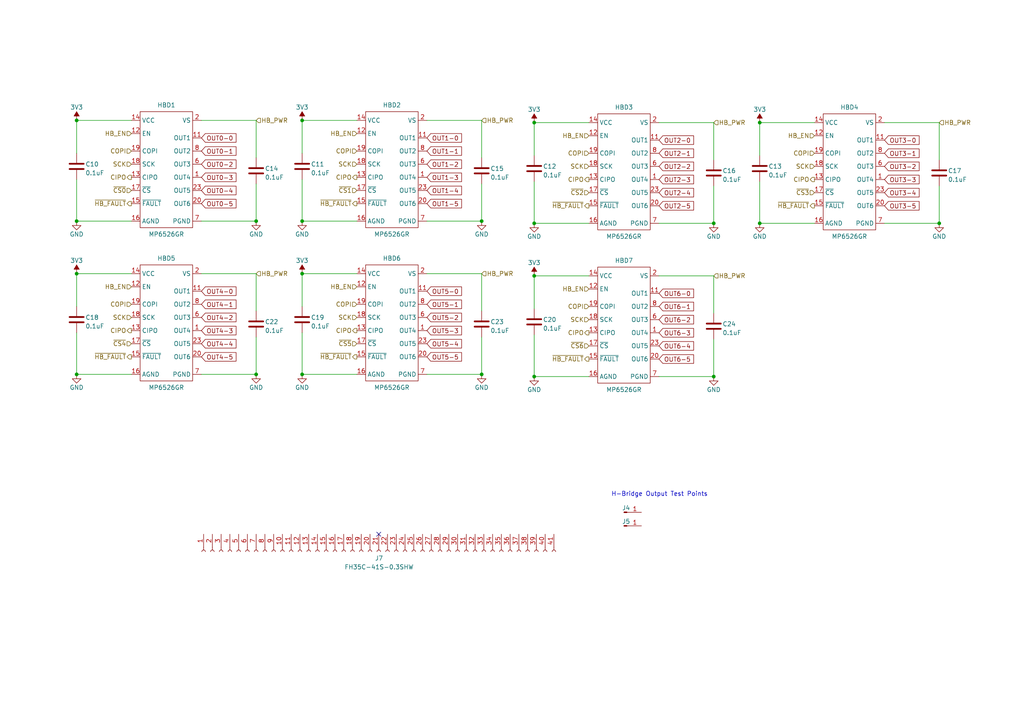
<source format=kicad_sch>
(kicad_sch (version 20231120) (generator "eeschema") (generator_version "8.0")
  (paper "A4")
  (lib_symbols
    (symbol "Connector:Conn_01x01_Pin" (pin_names (offset 1.016) hide)
      (property "Reference" "J" (at 0 2.54 0))
      (property "Value" "Conn_01x01_Pin" (at 0 -2.54 0))
      (symbol "Conn_01x01_Pin_1_1"
        (polyline (pts (xy 1.27 0) (xy 0.8636 0)) (stroke (width 0.1524)))
        (rectangle (start 0.8636 0.127) (end 0 -0.127) (stroke (width 0.1524)) (fill (type outline)))
        (pin passive line (at 5.08 0 180) (length 3.81) (name "Pin_1") (number "1"))
      )
    )
    (symbol "Device:C" (pin_numbers hide) (pin_names (offset 0.254))
      (property "Reference" "C" (at 0.635 2.54 0))
      (property "Value" "C" (at 0.635 -2.54 0))
      (symbol "C_0_1"
        (polyline (pts (xy -2.032 -0.762) (xy 2.032 -0.762)) (stroke (width 0.508)))
        (polyline (pts (xy -2.032 0.762) (xy 2.032 0.762)) (stroke (width 0.508)))
      )
      (symbol "C_1_1"
        (pin passive line (at 0 3.81 270) (length 2.794) (name "~") (number "1"))
        (pin passive line (at 0 -3.81 90) (length 2.794) (name "~") (number "2"))
      )
    )
    (symbol "nrf52-controller:MP6526"
      (property "Reference" "U" (at 0 18.034 0))
      (property "Value" "MP6526GR" (at 0.254 -20.066 0))
      (symbol "MP6526_0_1"
        (rectangle (start -7.62 16.51) (end 7.62 -17.145))
      )
      (symbol "MP6526_1_1"
        (pin output line (at 10.16 -2.54 180) (length 2.54) (name "OUT4") (number "1"))
        (pin power_in line (at 10.16 -15.24 180) (length 2.54) hide (name "PGND") (number "10"))
        (pin output line (at 10.16 8.89 180) (length 2.54) (name "OUT1") (number "11"))
        (pin input line (at -10.16 10.16 0) (length 2.54) (name "EN") (number "12"))
        (pin output line (at -10.16 -2.54 0) (length 2.54) (name "CIPO") (number "13"))
        (pin power_in line (at -10.16 13.97 0) (length 2.54) (name "VCC") (number "14"))
        (pin output line (at -10.16 -10.16 0) (length 2.54) (name "~{FAULT}") (number "15"))
        (pin input line (at -10.16 -15.24 0) (length 2.54) (name "AGND") (number "16"))
        (pin input line (at -10.16 -6.35 0) (length 2.54) (name "~{CS}") (number "17"))
        (pin input line (at -10.16 1.27 0) (length 2.54) (name "SCK") (number "18"))
        (pin input line (at -10.16 5.08 0) (length 2.54) (name "COPI") (number "19"))
        (pin power_in line (at 10.16 13.97 180) (length 2.54) (name "VS") (number "2"))
        (pin output line (at 10.16 -10.16 180) (length 2.54) (name "OUT6") (number "20"))
        (pin power_in line (at 10.16 -15.24 180) (length 2.54) hide (name "PGND") (number "21"))
        (pin power_in line (at 10.16 -15.24 180) (length 2.54) hide (name "PGND") (number "22"))
        (pin output line (at 10.16 -6.35 180) (length 2.54) (name "OUT5") (number "23"))
        (pin power_in line (at 10.16 -15.24 180) (length 2.54) hide (name "PGND") (number "24"))
        (pin passive line (at 10.16 -15.24 180) (length 2.54) hide (name "EPAD") (number "25"))
        (pin power_in line (at 10.16 13.97 180) (length 2.54) hide (name "VS") (number "3"))
        (pin power_in line (at 10.16 13.97 180) (length 2.54) hide (name "VS") (number "4"))
        (pin power_in line (at 10.16 13.97 180) (length 2.54) hide (name "VS") (number "5"))
        (pin output line (at 10.16 1.27 180) (length 2.54) (name "OUT3") (number "6"))
        (pin power_in line (at 10.16 -15.24 180) (length 2.54) (name "PGND") (number "7"))
        (pin output line (at 10.16 5.08 180) (length 2.54) (name "OUT2") (number "8"))
        (pin power_in line (at 10.16 -15.24 180) (length 2.54) hide (name "PGND") (number "9"))
      )
    )
    (symbol "power:GND" (power) (pin_names (offset 0))
      (property "Value" "GND" (at 0 -3.81 0))
      (symbol "GND_0_1"
        (polyline (pts (xy 0 0) (xy 0 -1.27) (xy 1.27 -1.27) (xy 0 -2.54) (xy -1.27 -1.27) (xy 0 -1.27)))
      )
      (symbol "GND_1_1"
        (pin power_in line (at 0 0 270) (length 0) hide (name "GND") (number "1"))
      )
    )
    (symbol "v12e:Conn_01x41_Socket" (pin_names (offset 1.016) hide)
      (property "Reference" "J" (at 0 53.34 0))
      (property "Value" "Conn_01x41_Socket" (at 0 -53.34 0))
      (symbol "Conn_01x41_Socket_1_1"
        (arc (start 0 -50.292) (mid -0.5058 -50.8) (end 0 -51.308) (stroke (width 0.1524)))
        (arc (start 0 -47.752) (mid -0.5058 -48.26) (end 0 -48.768) (stroke (width 0.1524)))
        (arc (start 0 -45.212) (mid -0.5058 -45.72) (end 0 -46.228) (stroke (width 0.1524)))
        (arc (start 0 -42.672) (mid -0.5058 -43.18) (end 0 -43.688) (stroke (width 0.1524)))
        (arc (start 0 -40.132) (mid -0.5058 -40.64) (end 0 -41.148) (stroke (width 0.1524)))
        (arc (start 0 -37.592) (mid -0.5058 -38.1) (end 0 -38.608) (stroke (width 0.1524)))
        (arc (start 0 -35.052) (mid -0.5058 -35.56) (end 0 -36.068) (stroke (width 0.1524)))
        (arc (start 0 -32.512) (mid -0.5058 -33.02) (end 0 -33.528) (stroke (width 0.1524)))
        (arc (start 0 -29.972) (mid -0.5058 -30.48) (end 0 -30.988) (stroke (width 0.1524)))
        (arc (start 0 -27.432) (mid -0.5058 -27.94) (end 0 -28.448) (stroke (width 0.1524)))
        (arc (start 0 -24.892) (mid -0.5058 -25.4) (end 0 -25.908) (stroke (width 0.1524)))
        (arc (start 0 -22.352) (mid -0.5058 -22.86) (end 0 -23.368) (stroke (width 0.1524)))
        (arc (start 0 -19.812) (mid -0.5058 -20.32) (end 0 -20.828) (stroke (width 0.1524)))
        (arc (start 0 -17.272) (mid -0.5058 -17.78) (end 0 -18.288) (stroke (width 0.1524)))
        (arc (start 0 -14.732) (mid -0.5058 -15.24) (end 0 -15.748) (stroke (width 0.1524)))
        (arc (start 0 -12.192) (mid -0.5058 -12.7) (end 0 -13.208) (stroke (width 0.1524)))
        (arc (start 0 -9.652) (mid -0.5058 -10.16) (end 0 -10.668) (stroke (width 0.1524)))
        (arc (start 0 -7.112) (mid -0.5058 -7.62) (end 0 -8.128) (stroke (width 0.1524)))
        (arc (start 0 -4.572) (mid -0.5058 -5.08) (end 0 -5.588) (stroke (width 0.1524)))
        (arc (start 0 -2.032) (mid -0.5058 -2.54) (end 0 -3.048) (stroke (width 0.1524)))
        (polyline (pts (xy -1.27 -50.8) (xy -0.508 -50.8)) (stroke (width 0.1524)))
        (polyline (pts (xy -1.27 -48.26) (xy -0.508 -48.26)) (stroke (width 0.1524)))
        (polyline (pts (xy -1.27 -45.72) (xy -0.508 -45.72)) (stroke (width 0.1524)))
        (polyline (pts (xy -1.27 -43.18) (xy -0.508 -43.18)) (stroke (width 0.1524)))
        (polyline (pts (xy -1.27 -40.64) (xy -0.508 -40.64)) (stroke (width 0.1524)))
        (polyline (pts (xy -1.27 -38.1) (xy -0.508 -38.1)) (stroke (width 0.1524)))
        (polyline (pts (xy -1.27 -35.56) (xy -0.508 -35.56)) (stroke (width 0.1524)))
        (polyline (pts (xy -1.27 -33.02) (xy -0.508 -33.02)) (stroke (width 0.1524)))
        (polyline (pts (xy -1.27 -30.48) (xy -0.508 -30.48)) (stroke (width 0.1524)))
        (polyline (pts (xy -1.27 -27.94) (xy -0.508 -27.94)) (stroke (width 0.1524)))
        (polyline (pts (xy -1.27 -25.4) (xy -0.508 -25.4)) (stroke (width 0.1524)))
        (polyline (pts (xy -1.27 -22.86) (xy -0.508 -22.86)) (stroke (width 0.1524)))
        (polyline (pts (xy -1.27 -20.32) (xy -0.508 -20.32)) (stroke (width 0.1524)))
        (polyline (pts (xy -1.27 -17.78) (xy -0.508 -17.78)) (stroke (width 0.1524)))
        (polyline (pts (xy -1.27 -15.24) (xy -0.508 -15.24)) (stroke (width 0.1524)))
        (polyline (pts (xy -1.27 -12.7) (xy -0.508 -12.7)) (stroke (width 0.1524)))
        (polyline (pts (xy -1.27 -10.16) (xy -0.508 -10.16)) (stroke (width 0.1524)))
        (polyline (pts (xy -1.27 -7.62) (xy -0.508 -7.62)) (stroke (width 0.1524)))
        (polyline (pts (xy -1.27 -5.08) (xy -0.508 -5.08)) (stroke (width 0.1524)))
        (polyline (pts (xy -1.27 -2.54) (xy -0.508 -2.54)) (stroke (width 0.1524)))
        (polyline (pts (xy -1.27 0) (xy -0.508 0)) (stroke (width 0.1524)))
        (polyline (pts (xy -1.27 2.54) (xy -0.508 2.54)) (stroke (width 0.1524)))
        (polyline (pts (xy -1.27 5.08) (xy -0.508 5.08)) (stroke (width 0.1524)))
        (polyline (pts (xy -1.27 7.62) (xy -0.508 7.62)) (stroke (width 0.1524)))
        (polyline (pts (xy -1.27 10.16) (xy -0.508 10.16)) (stroke (width 0.1524)))
        (polyline (pts (xy -1.27 12.7) (xy -0.508 12.7)) (stroke (width 0.1524)))
        (polyline (pts (xy -1.27 15.24) (xy -0.508 15.24)) (stroke (width 0.1524)))
        (polyline (pts (xy -1.27 17.78) (xy -0.508 17.78)) (stroke (width 0.1524)))
        (polyline (pts (xy -1.27 20.32) (xy -0.508 20.32)) (stroke (width 0.1524)))
        (polyline (pts (xy -1.27 22.86) (xy -0.508 22.86)) (stroke (width 0.1524)))
        (polyline (pts (xy -1.27 25.4) (xy -0.508 25.4)) (stroke (width 0.1524)))
        (polyline (pts (xy -1.27 27.94) (xy -0.508 27.94)) (stroke (width 0.1524)))
        (polyline (pts (xy -1.27 30.48) (xy -0.508 30.48)) (stroke (width 0.1524)))
        (polyline (pts (xy -1.27 33.02) (xy -0.508 33.02)) (stroke (width 0.1524)))
        (polyline (pts (xy -1.27 35.56) (xy -0.508 35.56)) (stroke (width 0.1524)))
        (polyline (pts (xy -1.27 38.1) (xy -0.508 38.1)) (stroke (width 0.1524)))
        (polyline (pts (xy -1.27 40.64) (xy -0.508 40.64)) (stroke (width 0.1524)))
        (polyline (pts (xy -1.27 43.18) (xy -0.508 43.18)) (stroke (width 0.1524)))
        (polyline (pts (xy -1.27 45.72) (xy -0.508 45.72)) (stroke (width 0.1524)))
        (polyline (pts (xy -1.27 48.26) (xy -0.508 48.26)) (stroke (width 0.1524)))
        (polyline (pts (xy -1.27 50.8) (xy -0.508 50.8)) (stroke (width 0.1524)))
        (arc (start 0 0.508) (mid -0.5058 0) (end 0 -0.508) (stroke (width 0.1524)))
        (arc (start 0 3.048) (mid -0.5058 2.54) (end 0 2.032) (stroke (width 0.1524)))
        (arc (start 0 5.588) (mid -0.5058 5.08) (end 0 4.572) (stroke (width 0.1524)))
        (arc (start 0 8.128) (mid -0.5058 7.62) (end 0 7.112) (stroke (width 0.1524)))
        (arc (start 0 10.668) (mid -0.5058 10.16) (end 0 9.652) (stroke (width 0.1524)))
        (arc (start 0 13.208) (mid -0.5058 12.7) (end 0 12.192) (stroke (width 0.1524)))
        (arc (start 0 15.748) (mid -0.5058 15.24) (end 0 14.732) (stroke (width 0.1524)))
        (arc (start 0 18.288) (mid -0.5058 17.78) (end 0 17.272) (stroke (width 0.1524)))
        (arc (start 0 20.828) (mid -0.5058 20.32) (end 0 19.812) (stroke (width 0.1524)))
        (arc (start 0 23.368) (mid -0.5058 22.86) (end 0 22.352) (stroke (width 0.1524)))
        (arc (start 0 25.908) (mid -0.5058 25.4) (end 0 24.892) (stroke (width 0.1524)))
        (arc (start 0 28.448) (mid -0.5058 27.94) (end 0 27.432) (stroke (width 0.1524)))
        (arc (start 0 30.988) (mid -0.5058 30.48) (end 0 29.972) (stroke (width 0.1524)))
        (arc (start 0 33.528) (mid -0.5058 33.02) (end 0 32.512) (stroke (width 0.1524)))
        (arc (start 0 36.068) (mid -0.5058 35.56) (end 0 35.052) (stroke (width 0.1524)))
        (arc (start 0 38.608) (mid -0.5058 38.1) (end 0 37.592) (stroke (width 0.1524)))
        (arc (start 0 41.148) (mid -0.5058 40.64) (end 0 40.132) (stroke (width 0.1524)))
        (arc (start 0 43.688) (mid -0.5058 43.18) (end 0 42.672) (stroke (width 0.1524)))
        (arc (start 0 46.228) (mid -0.5058 45.72) (end 0 45.212) (stroke (width 0.1524)))
        (arc (start 0 48.768) (mid -0.5058 48.26) (end 0 47.752) (stroke (width 0.1524)))
        (arc (start 0 51.308) (mid -0.5058 50.8) (end 0 50.292) (stroke (width 0.1524)))
        (pin passive line (at -5.08 50.8 0) (length 3.81) (name "Pin_1") (number "1"))
        (pin passive line (at -5.08 27.94 0) (length 3.81) (name "Pin_10") (number "10"))
        (pin passive line (at -5.08 25.4 0) (length 3.81) (name "Pin_11") (number "11"))
        (pin passive line (at -5.08 22.86 0) (length 3.81) (name "Pin_12") (number "12"))
        (pin passive line (at -5.08 20.32 0) (length 3.81) (name "Pin_13") (number "13"))
        (pin passive line (at -5.08 17.78 0) (length 3.81) (name "Pin_14") (number "14"))
        (pin passive line (at -5.08 15.24 0) (length 3.81) (name "Pin_15") (number "15"))
        (pin passive line (at -5.08 12.7 0) (length 3.81) (name "Pin_16") (number "16"))
        (pin passive line (at -5.08 10.16 0) (length 3.81) (name "Pin_17") (number "17"))
        (pin passive line (at -5.08 7.62 0) (length 3.81) (name "Pin_18") (number "18"))
        (pin passive line (at -5.08 5.08 0) (length 3.81) (name "Pin_19") (number "19"))
        (pin passive line (at -5.08 48.26 0) (length 3.81) (name "Pin_2") (number "2"))
        (pin passive line (at -5.08 2.54 0) (length 3.81) (name "Pin_20") (number "20"))
        (pin passive line (at -5.08 0 0) (length 3.81) (name "Pin_21") (number "21"))
        (pin passive line (at -5.08 -2.54 0) (length 3.81) (name "Pin_22") (number "22"))
        (pin passive line (at -5.08 -5.08 0) (length 3.81) (name "Pin_23") (number "23"))
        (pin passive line (at -5.08 -7.62 0) (length 3.81) (name "Pin_24") (number "24"))
        (pin passive line (at -5.08 -10.16 0) (length 3.81) (name "Pin_25") (number "25"))
        (pin passive line (at -5.08 -12.7 0) (length 3.81) (name "Pin_26") (number "26"))
        (pin passive line (at -5.08 -15.24 0) (length 3.81) (name "Pin_27") (number "27"))
        (pin passive line (at -5.08 -17.78 0) (length 3.81) (name "Pin_28") (number "28"))
        (pin passive line (at -5.08 -20.32 0) (length 3.81) (name "Pin_29") (number "29"))
        (pin passive line (at -5.08 45.72 0) (length 3.81) (name "Pin_3") (number "3"))
        (pin passive line (at -5.08 -22.86 0) (length 3.81) (name "Pin_30") (number "30"))
        (pin passive line (at -5.08 -25.4 0) (length 3.81) (name "Pin_31") (number "31"))
        (pin passive line (at -5.08 -27.94 0) (length 3.81) (name "Pin_32") (number "32"))
        (pin passive line (at -5.08 -30.48 0) (length 3.81) (name "Pin_33") (number "33"))
        (pin passive line (at -5.08 -33.02 0) (length 3.81) (name "Pin_34") (number "34"))
        (pin passive line (at -5.08 -35.56 0) (length 3.81) (name "Pin_35") (number "35"))
        (pin passive line (at -5.08 -38.1 0) (length 3.81) (name "Pin_36") (number "36"))
        (pin passive line (at -5.08 -40.64 0) (length 3.81) (name "Pin_37") (number "37"))
        (pin passive line (at -5.08 -43.18 0) (length 3.81) (name "Pin_38") (number "38"))
        (pin passive line (at -5.08 -45.72 0) (length 3.81) (name "Pin_39") (number "39"))
        (pin passive line (at -5.08 43.18 0) (length 3.81) (name "Pin_4") (number "4"))
        (pin passive line (at -5.08 -48.26 0) (length 3.81) (name "Pin_40") (number "40"))
        (pin passive line (at -5.08 -50.8 0) (length 3.81) (name "Pin_41") (number "41"))
        (pin passive line (at -5.08 40.64 0) (length 3.81) (name "Pin_5") (number "5"))
        (pin passive line (at -5.08 38.1 0) (length 3.81) (name "Pin_6") (number "6"))
        (pin passive line (at -5.08 35.56 0) (length 3.81) (name "Pin_7") (number "7"))
        (pin passive line (at -5.08 33.02 0) (length 3.81) (name "Pin_8") (number "8"))
        (pin passive line (at -5.08 30.48 0) (length 3.81) (name "Pin_9") (number "9"))
      )
    )
    (symbol "v12e_driver:3V3" (power) (pin_names (offset 0))
      (property "Value" "3V3" (at 0 3.81 0))
      (symbol "3V3_0_1"
        (polyline (pts (xy 0 0) (xy 0 2.54)))
        (polyline (pts (xy 0.762 1.27) (xy -0.762 1.27) (xy 0 2.54) (xy 0.762 1.27)) (fill (type outline)))
      )
      (symbol "3V3_1_1"
        (pin power_in line (at 0 0 90) (length 0) hide (name "3V3") (number "1"))
      )
    )
  )
  (junction (at 154.94 35.56))
  (junction (at 22.225 108.585))
  (junction (at 74.295 108.585))
  (junction (at 272.415 64.77))
  (junction (at 22.225 79.375))
  (junction (at 87.63 64.135))
  (junction (at 220.345 64.77))
  (junction (at 154.94 109.22))
  (junction (at 139.7 64.135))
  (junction (at 139.7 108.585))
  (junction (at 87.63 108.585))
  (junction (at 87.63 79.375))
  (junction (at 74.295 64.135))
  (junction (at 154.94 64.77))
  (junction (at 22.225 64.135))
  (junction (at 87.63 34.925))
  (junction (at 207.01 64.77))
  (junction (at 154.94 80.01))
  (junction (at 220.345 35.56))
  (junction (at 22.225 34.925))
  (junction (at 207.01 109.22))
  (no_connect (at 109.855 154.94))
  (wire (pts (xy 87.63 96.52) (xy 87.63 108.585)))
  (wire (pts (xy 154.94 89.535) (xy 154.94 80.01)))
  (wire (pts (xy 22.225 44.45) (xy 22.225 34.925)))
  (wire (pts (xy 123.825 34.925) (xy 139.7 34.925)))
  (wire (pts (xy 58.42 79.375) (xy 74.295 79.375)))
  (wire (pts (xy 207.01 64.77) (xy 191.135 64.77)))
  (wire (pts (xy 154.94 52.705) (xy 154.94 64.77)))
  (wire (pts (xy 22.225 88.9) (xy 22.225 79.375)))
  (wire (pts (xy 74.295 53.34) (xy 74.295 64.135)))
  (wire (pts (xy 139.7 108.585) (xy 123.825 108.585)))
  (wire (pts (xy 139.7 90.17) (xy 139.7 79.375)))
  (wire (pts (xy 74.295 108.585) (xy 58.42 108.585)))
  (wire (pts (xy 207.01 98.425) (xy 207.01 109.22)))
  (wire (pts (xy 272.415 53.975) (xy 272.415 64.77)))
  (wire (pts (xy 22.225 96.52) (xy 22.225 108.585)))
  (wire (pts (xy 87.63 79.375) (xy 103.505 79.375)))
  (wire (pts (xy 220.345 64.77) (xy 236.22 64.77)))
  (wire (pts (xy 22.225 52.07) (xy 22.225 64.135)))
  (wire (pts (xy 191.135 80.01) (xy 207.01 80.01)))
  (wire (pts (xy 220.345 45.085) (xy 220.345 35.56)))
  (wire (pts (xy 58.42 34.925) (xy 74.295 34.925)))
  (wire (pts (xy 22.225 64.135) (xy 38.1 64.135)))
  (wire (pts (xy 87.63 52.07) (xy 87.63 64.135)))
  (wire (pts (xy 123.825 79.375) (xy 139.7 79.375)))
  (wire (pts (xy 139.7 64.135) (xy 123.825 64.135)))
  (wire (pts (xy 154.94 80.01) (xy 170.815 80.01)))
  (wire (pts (xy 272.415 64.77) (xy 256.54 64.77)))
  (wire (pts (xy 154.94 97.155) (xy 154.94 109.22)))
  (wire (pts (xy 207.01 90.805) (xy 207.01 80.01)))
  (wire (pts (xy 207.01 53.975) (xy 207.01 64.77)))
  (wire (pts (xy 154.94 64.77) (xy 170.815 64.77)))
  (wire (pts (xy 154.94 35.56) (xy 170.815 35.56)))
  (wire (pts (xy 74.295 45.72) (xy 74.295 34.925)))
  (wire (pts (xy 74.295 64.135) (xy 58.42 64.135)))
  (wire (pts (xy 87.63 108.585) (xy 103.505 108.585)))
  (wire (pts (xy 87.63 34.925) (xy 103.505 34.925)))
  (wire (pts (xy 87.63 88.9) (xy 87.63 79.375)))
  (wire (pts (xy 191.135 35.56) (xy 207.01 35.56)))
  (wire (pts (xy 74.295 97.79) (xy 74.295 108.585)))
  (wire (pts (xy 139.7 45.72) (xy 139.7 34.925)))
  (wire (pts (xy 139.7 97.79) (xy 139.7 108.585)))
  (wire (pts (xy 154.94 45.085) (xy 154.94 35.56)))
  (wire (pts (xy 22.225 108.585) (xy 38.1 108.585)))
  (wire (pts (xy 207.01 109.22) (xy 191.135 109.22)))
  (wire (pts (xy 207.01 46.355) (xy 207.01 35.56)))
  (wire (pts (xy 87.63 64.135) (xy 103.505 64.135)))
  (wire (pts (xy 87.63 44.45) (xy 87.63 34.925)))
  (wire (pts (xy 256.54 35.56) (xy 272.415 35.56)))
  (wire (pts (xy 220.345 52.705) (xy 220.345 64.77)))
  (wire (pts (xy 139.7 53.34) (xy 139.7 64.135)))
  (wire (pts (xy 272.415 46.355) (xy 272.415 35.56)))
  (wire (pts (xy 220.345 35.56) (xy 236.22 35.56)))
  (wire (pts (xy 22.225 34.925) (xy 38.1 34.925)))
  (wire (pts (xy 22.225 79.375) (xy 38.1 79.375)))
  (wire (pts (xy 74.295 90.17) (xy 74.295 79.375)))
  (wire (pts (xy 154.94 109.22) (xy 170.815 109.22)))
  (text "H-Bridge Output Test Points" (at 177.292 144.145 0) (effects (font (size 1.27 1.27)) (justify left bottom)))
  (global_label "OUT0-1" (shape input) (at 58.42 43.815 0) (property "Intersheetrefs" "${INTERSHEET_REFS}" (effects (hide yes))))
  (global_label "OUT2-0" (shape input) (at 191.135 40.64 0) (property "Intersheetrefs" "${INTERSHEET_REFS}" (effects (hide yes))))
  (global_label "OUT3-0" (shape input) (at 256.54 40.64 0) (property "Intersheetrefs" "${INTERSHEET_REFS}" (effects (hide yes))))
  (global_label "OUT5-0" (shape input) (at 123.825 84.455 0) (property "Intersheetrefs" "${INTERSHEET_REFS}" (effects (hide yes))))
  (global_label "OUT1-3" (shape input) (at 123.825 51.435 0) (property "Intersheetrefs" "${INTERSHEET_REFS}" (effects (hide yes))))
  (global_label "OUT5-4" (shape input) (at 123.825 99.695 0) (property "Intersheetrefs" "${INTERSHEET_REFS}" (effects (hide yes))))
  (global_label "OUT3-1" (shape input) (at 256.54 44.45 0) (property "Intersheetrefs" "${INTERSHEET_REFS}" (effects (hide yes))))
  (global_label "OUT4-0" (shape input) (at 58.42 84.455 0) (property "Intersheetrefs" "${INTERSHEET_REFS}" (effects (hide yes))))
  (global_label "OUT2-2" (shape input) (at 191.135 48.26 0) (property "Intersheetrefs" "${INTERSHEET_REFS}" (effects (hide yes))))
  (global_label "OUT3-4" (shape input) (at 256.54 55.88 0) (property "Intersheetrefs" "${INTERSHEET_REFS}" (effects (hide yes))))
  (global_label "OUT6-0" (shape input) (at 191.135 85.09 0) (property "Intersheetrefs" "${INTERSHEET_REFS}" (effects (hide yes))))
  (global_label "OUT0-3" (shape input) (at 58.42 51.435 0) (property "Intersheetrefs" "${INTERSHEET_REFS}" (effects (hide yes))))
  (global_label "OUT1-2" (shape input) (at 123.825 47.625 0) (property "Intersheetrefs" "${INTERSHEET_REFS}" (effects (hide yes))))
  (global_label "OUT3-3" (shape input) (at 256.54 52.07 0) (property "Intersheetrefs" "${INTERSHEET_REFS}" (effects (hide yes))))
  (global_label "OUT3-2" (shape input) (at 256.54 48.26 0) (property "Intersheetrefs" "${INTERSHEET_REFS}" (effects (hide yes))))
  (global_label "OUT5-5" (shape input) (at 123.825 103.505 0) (property "Intersheetrefs" "${INTERSHEET_REFS}" (effects (hide yes))))
  (global_label "OUT1-1" (shape input) (at 123.825 43.815 0) (property "Intersheetrefs" "${INTERSHEET_REFS}" (effects (hide yes))))
  (global_label "OUT3-5" (shape input) (at 256.54 59.69 0) (property "Intersheetrefs" "${INTERSHEET_REFS}" (effects (hide yes))))
  (global_label "OUT2-1" (shape input) (at 191.135 44.45 0) (property "Intersheetrefs" "${INTERSHEET_REFS}" (effects (hide yes))))
  (global_label "OUT6-2" (shape input) (at 191.135 92.71 0) (property "Intersheetrefs" "${INTERSHEET_REFS}" (effects (hide yes))))
  (global_label "OUT0-0" (shape input) (at 58.42 40.005 0) (property "Intersheetrefs" "${INTERSHEET_REFS}" (effects (hide yes))))
  (global_label "OUT1-5" (shape input) (at 123.825 59.055 0) (property "Intersheetrefs" "${INTERSHEET_REFS}" (effects (hide yes))))
  (global_label "OUT5-2" (shape input) (at 123.825 92.075 0) (property "Intersheetrefs" "${INTERSHEET_REFS}" (effects (hide yes))))
  (global_label "OUT5-1" (shape input) (at 123.825 88.265 0) (property "Intersheetrefs" "${INTERSHEET_REFS}" (effects (hide yes))))
  (global_label "OUT0-2" (shape input) (at 58.42 47.625 0) (property "Intersheetrefs" "${INTERSHEET_REFS}" (effects (hide yes))))
  (global_label "OUT4-5" (shape input) (at 58.42 103.505 0) (property "Intersheetrefs" "${INTERSHEET_REFS}" (effects (hide yes))))
  (global_label "OUT4-4" (shape input) (at 58.42 99.695 0) (property "Intersheetrefs" "${INTERSHEET_REFS}" (effects (hide yes))))
  (global_label "OUT2-5" (shape input) (at 191.135 59.69 0) (property "Intersheetrefs" "${INTERSHEET_REFS}" (effects (hide yes))))
  (global_label "OUT1-0" (shape input) (at 123.825 40.005 0) (property "Intersheetrefs" "${INTERSHEET_REFS}" (effects (hide yes))))
  (global_label "OUT6-5" (shape input) (at 191.135 104.14 0) (property "Intersheetrefs" "${INTERSHEET_REFS}" (effects (hide yes))))
  (global_label "OUT6-3" (shape input) (at 191.135 96.52 0) (property "Intersheetrefs" "${INTERSHEET_REFS}" (effects (hide yes))))
  (global_label "OUT4-2" (shape input) (at 58.42 92.075 0) (property "Intersheetrefs" "${INTERSHEET_REFS}" (effects (hide yes))))
  (global_label "OUT0-5" (shape input) (at 58.42 59.055 0) (property "Intersheetrefs" "${INTERSHEET_REFS}" (effects (hide yes))))
  (global_label "OUT0-4" (shape input) (at 58.42 55.245 0) (property "Intersheetrefs" "${INTERSHEET_REFS}" (effects (hide yes))))
  (global_label "OUT5-3" (shape input) (at 123.825 95.885 0) (property "Intersheetrefs" "${INTERSHEET_REFS}" (effects (hide yes))))
  (global_label "OUT2-4" (shape input) (at 191.135 55.88 0) (property "Intersheetrefs" "${INTERSHEET_REFS}" (effects (hide yes))))
  (global_label "OUT1-4" (shape input) (at 123.825 55.245 0) (property "Intersheetrefs" "${INTERSHEET_REFS}" (effects (hide yes))))
  (global_label "OUT4-3" (shape input) (at 58.42 95.885 0) (property "Intersheetrefs" "${INTERSHEET_REFS}" (effects (hide yes))))
  (global_label "OUT6-4" (shape input) (at 191.135 100.33 0) (property "Intersheetrefs" "${INTERSHEET_REFS}" (effects (hide yes))))
  (global_label "OUT4-1" (shape input) (at 58.42 88.265 0) (property "Intersheetrefs" "${INTERSHEET_REFS}" (effects (hide yes))))
  (global_label "OUT2-3" (shape input) (at 191.135 52.07 0) (property "Intersheetrefs" "${INTERSHEET_REFS}" (effects (hide yes))))
  (global_label "OUT6-1" (shape input) (at 191.135 88.9 0) (property "Intersheetrefs" "${INTERSHEET_REFS}" (effects (hide yes))))
  (hierarchical_label "~{HB_FAULT}" (shape output) (at 170.815 104.14 180))
  (hierarchical_label "CIPO" (shape output) (at 170.815 52.07 180))
  (hierarchical_label "COPI" (shape input) (at 170.815 44.45 180))
  (hierarchical_label "~{CS1}" (shape input) (at 103.505 55.245 180))
  (hierarchical_label "~{CS2}" (shape input) (at 170.815 55.88 180))
  (hierarchical_label "~{HB_FAULT}" (shape output) (at 38.1 103.505 180))
  (hierarchical_label "CIPO" (shape output) (at 38.1 51.435 180))
  (hierarchical_label "~{CS4}" (shape input) (at 38.1 99.695 180))
  (hierarchical_label "~{HB_FAULT}" (shape output) (at 103.505 59.055 180))
  (hierarchical_label "HB_EN" (shape input) (at 170.815 39.37 180))
  (hierarchical_label "~{HB_FAULT}" (shape output) (at 38.1 59.055 180))
  (hierarchical_label "COPI" (shape input) (at 38.1 43.815 180))
  (hierarchical_label "SCK" (shape input) (at 170.815 92.71 180))
  (hierarchical_label "~{CS6}" (shape input) (at 170.815 100.33 180))
  (hierarchical_label "HB_EN" (shape input) (at 170.815 83.82 180))
  (hierarchical_label "COPI" (shape input) (at 103.505 43.815 180))
  (hierarchical_label "COPI" (shape input) (at 170.815 88.9 180))
  (hierarchical_label "CIPO" (shape output) (at 236.22 52.07 180))
  (hierarchical_label "COPI" (shape input) (at 38.1 88.265 180))
  (hierarchical_label "~{HB_FAULT}" (shape output) (at 236.22 59.69 180))
  (hierarchical_label "SCK" (shape input) (at 170.815 48.26 180))
  (hierarchical_label "HB_EN" (shape input) (at 38.1 83.185 180))
  (hierarchical_label "CIPO" (shape output) (at 103.505 51.435 180))
  (hierarchical_label "CIPO" (shape output) (at 38.1 95.885 180))
  (hierarchical_label "HB_EN" (shape input) (at 38.1 38.735 180))
  (hierarchical_label "~{HB_FAULT}" (shape output) (at 103.505 103.505 180))
  (hierarchical_label "COPI" (shape input) (at 236.22 44.45 180))
  (hierarchical_label "HB_EN" (shape input) (at 236.22 39.37 180))
  (hierarchical_label "HB_EN" (shape input) (at 103.505 83.185 180))
  (hierarchical_label "SCK" (shape input) (at 38.1 47.625 180))
  (hierarchical_label "CIPO" (shape output) (at 170.815 96.52 180))
  (hierarchical_label "~{CS3}" (shape input) (at 236.22 55.88 180))
  (hierarchical_label "COPI" (shape input) (at 103.505 88.265 180))
  (hierarchical_label "SCK" (shape input) (at 38.1 92.075 180))
  (hierarchical_label "HB_PWR" (shape input) (at 272.415 35.56 0))
  (hierarchical_label "SCK" (shape input) (at 103.505 47.625 180))
  (hierarchical_label "SCK" (shape input) (at 236.22 48.26 180))
  (hierarchical_label "~{CS0}" (shape input) (at 38.1 55.245 180))
  (hierarchical_label "HB_EN" (shape input) (at 103.505 38.735 180))
  (hierarchical_label "~{CS5}" (shape input) (at 103.505 99.695 180))
  (hierarchical_label "~{HB_FAULT}" (shape output) (at 170.815 59.69 180))
  (hierarchical_label "HB_PWR" (shape input) (at 207.01 80.01 0))
  (hierarchical_label "HB_PWR" (shape input) (at 139.7 34.925 0))
  (hierarchical_label "HB_PWR" (shape input) (at 74.295 79.375 0))
  (hierarchical_label "SCK" (shape input) (at 103.505 92.075 180))
  (hierarchical_label "CIPO" (shape output) (at 103.505 95.885 180))
  (hierarchical_label "HB_PWR" (shape input) (at 139.7 79.375 0))
  (hierarchical_label "HB_PWR" (shape input) (at 207.01 35.56 0))
  (hierarchical_label "HB_PWR" (shape input) (at 74.295 34.925 0))
  (symbol (lib_id "power:GND") (at 87.63 108.585 0) (unit 1)
    (property "Reference" "#PWR054" (effects (hide yes)))
    (property "Value" "GND" (at 87.63 112.395 0))
  )
  (symbol (lib_id "power:GND") (at 207.01 109.22 0) (unit 1)
    (property "Reference" "#PWR057" (effects (hide yes)))
    (property "Value" "GND" (at 207.01 113.03 0))
  )
  (symbol (lib_id "Device:C") (at 220.345 48.895 0) (unit 1)
    (property "Reference" "C13" (at 222.885 48.26 0) (effects (justify left)))
    (property "Value" "0.1uF" (at 222.885 50.8 0) (effects (justify left)))
    (property "Footprint" "Capacitor_SMD:C_0402_1005Metric" (effects (hide yes)))
    (property "JLCPCB Part #" "C880603" (effects (hide yes)))
  )
  (symbol (lib_id "nrf52-controller:MP6526") (at 180.975 93.98 0) (unit 1)
    (property "Reference" "HBD7" (at 180.975 75.565 0))
    (property "Value" "MP6526GR" (at 180.975 113.03 0))
    (property "Footprint" "Package_DFN_QFN:QFN-24-1EP_4x4mm_P0.5mm_EP2.7x2.7mm" (effects (hide yes)))
    (property "Datasheet" "https://www.monolithicpower.com/en/documentview/productdocument/index/version/2/document_type/Datasheet/lang/en/sku/MP6526/document_id/4868/" (effects (hide yes)))
    (property "Description" "6 output half-bridge motor driver; QFN-24 4mmx4mm package" (effects (hide yes)))
  )
  (symbol (lib_id "power:GND") (at 139.7 108.585 0) (unit 1)
    (property "Reference" "#PWR055" (effects (hide yes)))
    (property "Value" "GND" (at 139.7 112.395 0))
  )
  (symbol (lib_id "nrf52-controller:MP6526") (at 48.26 48.895 0) (unit 1)
    (property "Reference" "HBD1" (at 48.26 30.48 0))
    (property "Value" "MP6526GR" (at 48.26 67.945 0))
    (property "Footprint" "Package_DFN_QFN:QFN-24-1EP_4x4mm_P0.5mm_EP2.7x2.7mm" (effects (hide yes)))
    (property "Datasheet" "https://www.monolithicpower.com/en/documentview/productdocument/index/version/2/document_type/Datasheet/lang/en/sku/MP6526/document_id/4868/" (effects (hide yes)))
    (property "Description" "6 output half-bridge motor driver; QFN-24 4mmx4mm package" (effects (hide yes)))
  )
  (symbol (lib_id "power:GND") (at 87.63 64.135 0) (unit 1)
    (property "Reference" "#PWR042" (effects (hide yes)))
    (property "Value" "GND" (at 87.63 67.945 0))
  )
  (symbol (lib_id "power:GND") (at 272.415 64.77 0) (unit 1)
    (property "Reference" "#PWR047" (effects (hide yes)))
    (property "Value" "GND" (at 272.415 68.58 0))
  )
  (symbol (lib_id "Connector:Conn_01x01_Pin") (at 180.975 148.59 0) (unit 1) (in_bom no)
    (property "Reference" "J4" (at 181.61 147.32 0))
    (property "Value" "Conn_01x01_Pin" (effects (hide yes)))
    (property "Footprint" "nrf52-controller:TP_1mm" (effects (hide yes)))
  )
  (symbol (lib_id "Device:C") (at 272.415 50.165 0) (unit 1)
    (property "Reference" "C17" (at 274.955 49.53 0) (effects (justify left)))
    (property "Value" "0.1uF" (at 274.955 52.07 0) (effects (justify left)))
    (property "Footprint" "Capacitor_SMD:C_0402_1005Metric" (effects (hide yes)))
    (property "JLCPCB Part #" "C880603" (effects (hide yes)))
  )
  (symbol (lib_id "Device:C") (at 74.295 49.53 0) (unit 1)
    (property "Reference" "C14" (at 76.835 48.895 0) (effects (justify left)))
    (property "Value" "0.1uF" (at 76.835 51.435 0) (effects (justify left)))
    (property "Footprint" "Capacitor_SMD:C_0402_1005Metric" (effects (hide yes)))
    (property "JLCPCB Part #" "C880603" (effects (hide yes)))
  )
  (symbol (lib_id "Device:C") (at 22.225 48.26 0) (unit 1)
    (property "Reference" "C10" (at 24.765 47.625 0) (effects (justify left)))
    (property "Value" "0.1uF" (at 24.765 50.165 0) (effects (justify left)))
    (property "Footprint" "Capacitor_SMD:C_0402_1005Metric" (effects (hide yes)))
    (property "JLCPCB Part #" "C880603" (effects (hide yes)))
  )
  (symbol (lib_id "nrf52-controller:MP6526") (at 113.665 93.345 0) (unit 1)
    (property "Reference" "HBD6" (at 113.665 74.93 0))
    (property "Value" "MP6526GR" (at 113.665 112.395 0))
    (property "Footprint" "Package_DFN_QFN:QFN-24-1EP_4x4mm_P0.5mm_EP2.7x2.7mm" (effects (hide yes)))
    (property "Datasheet" "https://www.monolithicpower.com/en/documentview/productdocument/index/version/2/document_type/Datasheet/lang/en/sku/MP6526/document_id/4868/" (effects (hide yes)))
    (property "Description" "6 output half-bridge motor driver; QFN-24 4mmx4mm package" (effects (hide yes)))
  )
  (symbol (lib_id "v12e_driver:3V3") (at 87.63 79.375 0) (unit 1)
    (property "Reference" "#PWR049" (effects (hide yes)))
    (property "Value" "3V3" (at 87.63 75.565 0))
  )
  (symbol (lib_id "power:GND") (at 154.94 64.77 0) (unit 1)
    (property "Reference" "#PWR044" (effects (hide yes)))
    (property "Value" "GND" (at 154.94 68.58 0))
  )
  (symbol (lib_id "power:GND") (at 154.94 109.22 0) (unit 1)
    (property "Reference" "#PWR056" (effects (hide yes)))
    (property "Value" "GND" (at 154.94 113.03 0))
  )
  (symbol (lib_id "Device:C") (at 154.94 48.895 0) (unit 1)
    (property "Reference" "C12" (at 157.48 48.26 0) (effects (justify left)))
    (property "Value" "0.1uF" (at 157.48 50.8 0) (effects (justify left)))
    (property "Footprint" "Capacitor_SMD:C_0402_1005Metric" (effects (hide yes)))
    (property "JLCPCB Part #" "C880603" (effects (hide yes)))
  )
  (symbol (lib_id "power:GND") (at 220.345 64.77 0) (unit 1)
    (property "Reference" "#PWR046" (effects (hide yes)))
    (property "Value" "GND" (at 220.345 68.58 0))
  )
  (symbol (lib_id "nrf52-controller:MP6526") (at 246.38 49.53 0) (unit 1)
    (property "Reference" "HBD4" (at 246.38 31.115 0))
    (property "Value" "MP6526GR" (at 246.38 68.58 0))
    (property "Footprint" "Package_DFN_QFN:QFN-24-1EP_4x4mm_P0.5mm_EP2.7x2.7mm" (effects (hide yes)))
    (property "Datasheet" "https://www.monolithicpower.com/en/documentview/productdocument/index/version/2/document_type/Datasheet/lang/en/sku/MP6526/document_id/4868/" (effects (hide yes)))
    (property "Description" "6 output half-bridge motor driver; QFN-24 4mmx4mm package" (effects (hide yes)))
  )
  (symbol (lib_id "power:GND") (at 22.225 64.135 0) (unit 1)
    (property "Reference" "#PWR040" (effects (hide yes)))
    (property "Value" "GND" (at 22.225 67.945 0))
  )
  (symbol (lib_id "power:GND") (at 74.295 64.135 0) (unit 1)
    (property "Reference" "#PWR041" (effects (hide yes)))
    (property "Value" "GND" (at 74.295 67.945 0))
  )
  (symbol (lib_id "power:GND") (at 139.7 64.135 0) (unit 1)
    (property "Reference" "#PWR043" (effects (hide yes)))
    (property "Value" "GND" (at 139.7 67.945 0))
  )
  (symbol (lib_id "nrf52-controller:MP6526") (at 180.975 49.53 0) (unit 1)
    (property "Reference" "HBD3" (at 180.975 31.115 0))
    (property "Value" "MP6526GR" (at 180.975 68.58 0))
    (property "Footprint" "Package_DFN_QFN:QFN-24-1EP_4x4mm_P0.5mm_EP2.7x2.7mm" (effects (hide yes)))
    (property "Datasheet" "https://www.monolithicpower.com/en/documentview/productdocument/index/version/2/document_type/Datasheet/lang/en/sku/MP6526/document_id/4868/" (effects (hide yes)))
    (property "Description" "6 output half-bridge motor driver; QFN-24 4mmx4mm package" (effects (hide yes)))
  )
  (symbol (lib_id "Device:C") (at 74.295 93.98 0) (unit 1)
    (property "Reference" "C22" (at 76.835 93.345 0) (effects (justify left)))
    (property "Value" "0.1uF" (at 76.835 95.885 0) (effects (justify left)))
    (property "Footprint" "Capacitor_SMD:C_0402_1005Metric" (effects (hide yes)))
    (property "JLCPCB Part #" "C880603" (effects (hide yes)))
  )
  (symbol (lib_id "power:GND") (at 22.225 108.585 0) (unit 1)
    (property "Reference" "#PWR052" (effects (hide yes)))
    (property "Value" "GND" (at 22.225 112.395 0))
  )
  (symbol (lib_id "v12e_driver:3V3") (at 22.225 34.925 0) (unit 1)
    (property "Reference" "#PWR036" (effects (hide yes)))
    (property "Value" "3V3" (at 22.225 31.115 0))
  )
  (symbol (lib_id "Device:C") (at 139.7 93.98 0) (unit 1)
    (property "Reference" "C23" (at 142.24 93.345 0) (effects (justify left)))
    (property "Value" "0.1uF" (at 142.24 95.885 0) (effects (justify left)))
    (property "Footprint" "Capacitor_SMD:C_0402_1005Metric" (effects (hide yes)))
    (property "JLCPCB Part #" "C880603" (effects (hide yes)))
  )
  (symbol (lib_id "Device:C") (at 154.94 93.345 0) (unit 1)
    (property "Reference" "C20" (at 157.48 92.71 0) (effects (justify left)))
    (property "Value" "0.1uF" (at 157.48 95.25 0) (effects (justify left)))
    (property "Footprint" "Capacitor_SMD:C_0402_1005Metric" (effects (hide yes)))
    (property "JLCPCB Part #" "C880603" (effects (hide yes)))
  )
  (symbol (lib_id "power:GND") (at 74.295 108.585 0) (unit 1)
    (property "Reference" "#PWR053" (effects (hide yes)))
    (property "Value" "GND" (at 74.295 112.395 0))
  )
  (symbol (lib_id "nrf52-controller:MP6526") (at 48.26 93.345 0) (unit 1)
    (property "Reference" "HBD5" (at 48.26 74.93 0))
    (property "Value" "MP6526GR" (at 48.26 112.395 0))
    (property "Footprint" "Package_DFN_QFN:QFN-24-1EP_4x4mm_P0.5mm_EP2.7x2.7mm" (effects (hide yes)))
    (property "Datasheet" "https://www.monolithicpower.com/en/documentview/productdocument/index/version/2/document_type/Datasheet/lang/en/sku/MP6526/document_id/4868/" (effects (hide yes)))
    (property "Description" "6 output half-bridge motor driver; QFN-24 4mmx4mm package" (effects (hide yes)))
  )
  (symbol (lib_id "power:GND") (at 207.01 64.77 0) (unit 1)
    (property "Reference" "#PWR045" (effects (hide yes)))
    (property "Value" "GND" (at 207.01 68.58 0))
  )
  (symbol (lib_id "v12e_driver:3V3") (at 154.94 35.56 0) (unit 1)
    (property "Reference" "#PWR038" (effects (hide yes)))
    (property "Value" "3V3" (at 154.94 31.75 0))
  )
  (symbol (lib_id "Device:C") (at 139.7 49.53 0) (unit 1)
    (property "Reference" "C15" (at 142.24 48.895 0) (effects (justify left)))
    (property "Value" "0.1uF" (at 142.24 51.435 0) (effects (justify left)))
    (property "Footprint" "Capacitor_SMD:C_0402_1005Metric" (effects (hide yes)))
    (property "JLCPCB Part #" "C880603" (effects (hide yes)))
  )
  (symbol (lib_id "v12e_driver:3V3") (at 220.345 35.56 0) (unit 1)
    (property "Reference" "#PWR039" (effects (hide yes)))
    (property "Value" "3V3" (at 220.345 31.75 0))
  )
  (symbol (lib_id "nrf52-controller:MP6526") (at 113.665 48.895 0) (unit 1)
    (property "Reference" "HBD2" (at 113.665 30.48 0))
    (property "Value" "MP6526GR" (at 113.665 67.945 0))
    (property "Footprint" "Package_DFN_QFN:QFN-24-1EP_4x4mm_P0.5mm_EP2.7x2.7mm" (effects (hide yes)))
    (property "Datasheet" "https://www.monolithicpower.com/en/documentview/productdocument/index/version/2/document_type/Datasheet/lang/en/sku/MP6526/document_id/4868/" (effects (hide yes)))
    (property "Description" "6 output half-bridge motor driver; QFN-24 4mmx4mm package" (effects (hide yes)))
  )
  (symbol (lib_id "v12e_driver:3V3") (at 87.63 34.925 0) (unit 1)
    (property "Reference" "#PWR037" (effects (hide yes)))
    (property "Value" "3V3" (at 87.63 31.115 0))
  )
  (symbol (lib_id "Device:C") (at 87.63 48.26 0) (unit 1)
    (property "Reference" "C11" (at 90.17 47.625 0) (effects (justify left)))
    (property "Value" "0.1uF" (at 90.17 50.165 0) (effects (justify left)))
    (property "Footprint" "Capacitor_SMD:C_0402_1005Metric" (effects (hide yes)))
    (property "JLCPCB Part #" "C880603" (effects (hide yes)))
  )
  (symbol (lib_id "v12e_driver:3V3") (at 154.94 80.01 0) (unit 1)
    (property "Reference" "#PWR050" (effects (hide yes)))
    (property "Value" "3V3" (at 154.94 76.2 0))
  )
  (symbol (lib_id "v12e_driver:3V3") (at 22.225 79.375 0) (unit 1)
    (property "Reference" "#PWR048" (effects (hide yes)))
    (property "Value" "3V3" (at 22.225 75.565 0))
  )
  (symbol (lib_id "Connector:Conn_01x01_Pin") (at 180.975 152.527 0) (unit 1) (in_bom no)
    (property "Reference" "J5" (at 181.61 151.257 0))
    (property "Value" "Conn_01x01_Pin" (effects (hide yes)))
    (property "Footprint" "nrf52-controller:TP_1mm" (effects (hide yes)))
  )
  (symbol (lib_id "Device:C") (at 87.63 92.71 0) (unit 1)
    (property "Reference" "C19" (at 90.17 92.075 0) (effects (justify left)))
    (property "Value" "0.1uF" (at 90.17 94.615 0) (effects (justify left)))
    (property "Footprint" "Capacitor_SMD:C_0402_1005Metric" (effects (hide yes)))
    (property "JLCPCB Part #" "C880603" (effects (hide yes)))
  )
  (symbol (lib_id "Device:C") (at 207.01 50.165 0) (unit 1)
    (property "Reference" "C16" (at 209.55 49.53 0) (effects (justify left)))
    (property "Value" "0.1uF" (at 209.55 52.07 0) (effects (justify left)))
    (property "Footprint" "Capacitor_SMD:C_0402_1005Metric" (effects (hide yes)))
    (property "JLCPCB Part #" "C880603" (effects (hide yes)))
  )
  (symbol (lib_id "Device:C") (at 207.01 94.615 0) (unit 1)
    (property "Reference" "C24" (at 209.55 93.98 0) (effects (justify left)))
    (property "Value" "0.1uF" (at 209.55 96.52 0) (effects (justify left)))
    (property "Footprint" "Capacitor_SMD:C_0402_1005Metric" (effects (hide yes)))
    (property "JLCPCB Part #" "C880603" (effects (hide yes)))
  )
  (symbol (lib_id "v12e:Conn_01x41_Socket") (at 109.855 160.02 90) (mirror x) (unit 1)
    (property "Reference" "J7" (at 111.125 161.925 90) (effects (justify left)))
    (property "Value" "FH35C-41S-0.3SHW" (at 120.015 164.465 90) (effects (justify left)))
    (property "Footprint" "nrf52-controller:CONN_FH35W-41S-0.3SHW" (effects (hide yes)))
    (property "JLCPCB Part #" "C424663" (effects (hide yes)))
  )
  (symbol (lib_id "Device:C") (at 22.225 92.71 0) (unit 1)
    (property "Reference" "C18" (at 24.765 92.075 0) (effects (justify left)))
    (property "Value" "0.1uF" (at 24.765 94.615 0) (effects (justify left)))
    (property "Footprint" "Capacitor_SMD:C_0402_1005Metric" (effects (hide yes)))
    (property "JLCPCB Part #" "C880603" (effects (hide yes)))
  )
)
</source>
